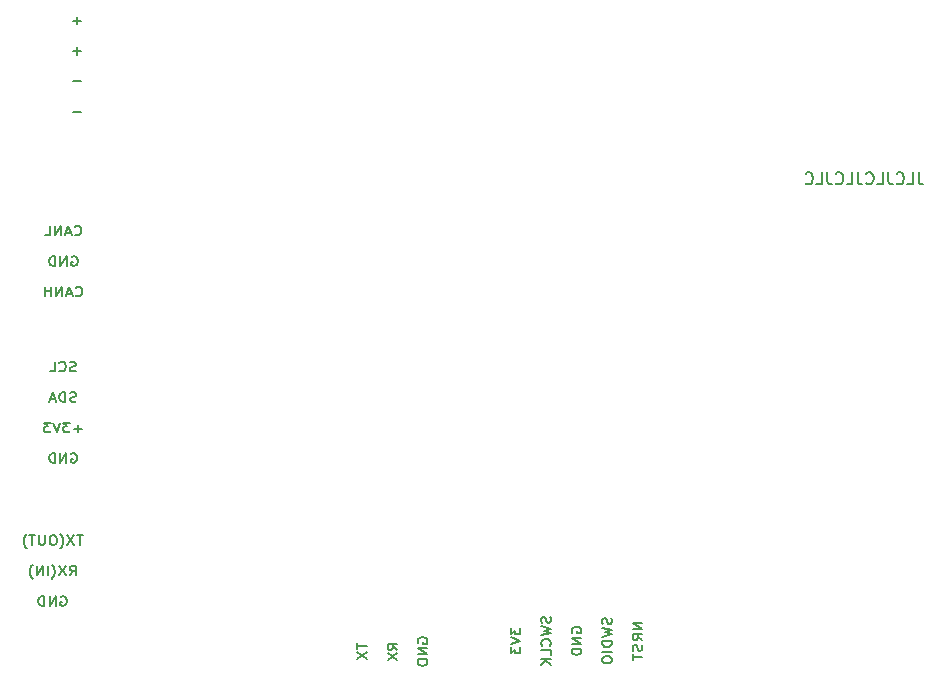
<source format=gbr>
%TF.GenerationSoftware,KiCad,Pcbnew,(6.0.6)*%
%TF.CreationDate,2022-09-23T20:04:06+09:00*%
%TF.ProjectId,LTE-base-H1,4c54452d-6261-4736-952d-48312e6b6963,rev?*%
%TF.SameCoordinates,Original*%
%TF.FileFunction,Legend,Bot*%
%TF.FilePolarity,Positive*%
%FSLAX46Y46*%
G04 Gerber Fmt 4.6, Leading zero omitted, Abs format (unit mm)*
G04 Created by KiCad (PCBNEW (6.0.6)) date 2022-09-23 20:04:06*
%MOMM*%
%LPD*%
G01*
G04 APERTURE LIST*
%ADD10C,0.200000*%
%ADD11C,0.150000*%
G04 APERTURE END LIST*
D10*
X105542857Y-94193142D02*
X104857142Y-94193142D01*
X105200000Y-94497904D02*
X105200000Y-93888380D01*
X105542857Y-96769142D02*
X104857142Y-96769142D01*
X105200000Y-97073904D02*
X105200000Y-96464380D01*
X105542857Y-99345142D02*
X104857142Y-99345142D01*
X105542857Y-101921142D02*
X104857142Y-101921142D01*
X105071428Y-123859809D02*
X104942857Y-123897904D01*
X104728571Y-123897904D01*
X104642857Y-123859809D01*
X104600000Y-123821714D01*
X104557142Y-123745523D01*
X104557142Y-123669333D01*
X104600000Y-123593142D01*
X104642857Y-123555047D01*
X104728571Y-123516952D01*
X104900000Y-123478857D01*
X104985714Y-123440761D01*
X105028571Y-123402666D01*
X105071428Y-123326476D01*
X105071428Y-123250285D01*
X105028571Y-123174095D01*
X104985714Y-123136000D01*
X104900000Y-123097904D01*
X104685714Y-123097904D01*
X104557142Y-123136000D01*
X103657142Y-123821714D02*
X103700000Y-123859809D01*
X103828571Y-123897904D01*
X103914285Y-123897904D01*
X104042857Y-123859809D01*
X104128571Y-123783619D01*
X104171428Y-123707428D01*
X104214285Y-123555047D01*
X104214285Y-123440761D01*
X104171428Y-123288380D01*
X104128571Y-123212190D01*
X104042857Y-123136000D01*
X103914285Y-123097904D01*
X103828571Y-123097904D01*
X103700000Y-123136000D01*
X103657142Y-123174095D01*
X102842857Y-123897904D02*
X103271428Y-123897904D01*
X103271428Y-123097904D01*
X105092857Y-126435809D02*
X104964285Y-126473904D01*
X104750000Y-126473904D01*
X104664285Y-126435809D01*
X104621428Y-126397714D01*
X104578571Y-126321523D01*
X104578571Y-126245333D01*
X104621428Y-126169142D01*
X104664285Y-126131047D01*
X104750000Y-126092952D01*
X104921428Y-126054857D01*
X105007142Y-126016761D01*
X105050000Y-125978666D01*
X105092857Y-125902476D01*
X105092857Y-125826285D01*
X105050000Y-125750095D01*
X105007142Y-125712000D01*
X104921428Y-125673904D01*
X104707142Y-125673904D01*
X104578571Y-125712000D01*
X104192857Y-126473904D02*
X104192857Y-125673904D01*
X103978571Y-125673904D01*
X103850000Y-125712000D01*
X103764285Y-125788190D01*
X103721428Y-125864380D01*
X103678571Y-126016761D01*
X103678571Y-126131047D01*
X103721428Y-126283428D01*
X103764285Y-126359619D01*
X103850000Y-126435809D01*
X103978571Y-126473904D01*
X104192857Y-126473904D01*
X103335714Y-126245333D02*
X102907142Y-126245333D01*
X103421428Y-126473904D02*
X103121428Y-125673904D01*
X102821428Y-126473904D01*
X105585714Y-128745142D02*
X104900000Y-128745142D01*
X105242857Y-129049904D02*
X105242857Y-128440380D01*
X104557142Y-128249904D02*
X104000000Y-128249904D01*
X104300000Y-128554666D01*
X104171428Y-128554666D01*
X104085714Y-128592761D01*
X104042857Y-128630857D01*
X104000000Y-128707047D01*
X104000000Y-128897523D01*
X104042857Y-128973714D01*
X104085714Y-129011809D01*
X104171428Y-129049904D01*
X104428571Y-129049904D01*
X104514285Y-129011809D01*
X104557142Y-128973714D01*
X103742857Y-128249904D02*
X103442857Y-129049904D01*
X103142857Y-128249904D01*
X102928571Y-128249904D02*
X102371428Y-128249904D01*
X102671428Y-128554666D01*
X102542857Y-128554666D01*
X102457142Y-128592761D01*
X102414285Y-128630857D01*
X102371428Y-128707047D01*
X102371428Y-128897523D01*
X102414285Y-128973714D01*
X102457142Y-129011809D01*
X102542857Y-129049904D01*
X102800000Y-129049904D01*
X102885714Y-129011809D01*
X102928571Y-128973714D01*
X104685714Y-130864000D02*
X104771428Y-130825904D01*
X104900000Y-130825904D01*
X105028571Y-130864000D01*
X105114285Y-130940190D01*
X105157142Y-131016380D01*
X105200000Y-131168761D01*
X105200000Y-131283047D01*
X105157142Y-131435428D01*
X105114285Y-131511619D01*
X105028571Y-131587809D01*
X104900000Y-131625904D01*
X104814285Y-131625904D01*
X104685714Y-131587809D01*
X104642857Y-131549714D01*
X104642857Y-131283047D01*
X104814285Y-131283047D01*
X104257142Y-131625904D02*
X104257142Y-130825904D01*
X103742857Y-131625904D01*
X103742857Y-130825904D01*
X103314285Y-131625904D02*
X103314285Y-130825904D01*
X103100000Y-130825904D01*
X102971428Y-130864000D01*
X102885714Y-130940190D01*
X102842857Y-131016380D01*
X102800000Y-131168761D01*
X102800000Y-131283047D01*
X102842857Y-131435428D01*
X102885714Y-131511619D01*
X102971428Y-131587809D01*
X103100000Y-131625904D01*
X103314285Y-131625904D01*
D11*
X176419047Y-107052380D02*
X176419047Y-107766666D01*
X176466666Y-107909523D01*
X176561904Y-108004761D01*
X176704761Y-108052380D01*
X176800000Y-108052380D01*
X175466666Y-108052380D02*
X175942857Y-108052380D01*
X175942857Y-107052380D01*
X174561904Y-107957142D02*
X174609523Y-108004761D01*
X174752380Y-108052380D01*
X174847619Y-108052380D01*
X174990476Y-108004761D01*
X175085714Y-107909523D01*
X175133333Y-107814285D01*
X175180952Y-107623809D01*
X175180952Y-107480952D01*
X175133333Y-107290476D01*
X175085714Y-107195238D01*
X174990476Y-107100000D01*
X174847619Y-107052380D01*
X174752380Y-107052380D01*
X174609523Y-107100000D01*
X174561904Y-107147619D01*
X173847619Y-107052380D02*
X173847619Y-107766666D01*
X173895238Y-107909523D01*
X173990476Y-108004761D01*
X174133333Y-108052380D01*
X174228571Y-108052380D01*
X172895238Y-108052380D02*
X173371428Y-108052380D01*
X173371428Y-107052380D01*
X171990476Y-107957142D02*
X172038095Y-108004761D01*
X172180952Y-108052380D01*
X172276190Y-108052380D01*
X172419047Y-108004761D01*
X172514285Y-107909523D01*
X172561904Y-107814285D01*
X172609523Y-107623809D01*
X172609523Y-107480952D01*
X172561904Y-107290476D01*
X172514285Y-107195238D01*
X172419047Y-107100000D01*
X172276190Y-107052380D01*
X172180952Y-107052380D01*
X172038095Y-107100000D01*
X171990476Y-107147619D01*
X171276190Y-107052380D02*
X171276190Y-107766666D01*
X171323809Y-107909523D01*
X171419047Y-108004761D01*
X171561904Y-108052380D01*
X171657142Y-108052380D01*
X170323809Y-108052380D02*
X170800000Y-108052380D01*
X170800000Y-107052380D01*
X169419047Y-107957142D02*
X169466666Y-108004761D01*
X169609523Y-108052380D01*
X169704761Y-108052380D01*
X169847619Y-108004761D01*
X169942857Y-107909523D01*
X169990476Y-107814285D01*
X170038095Y-107623809D01*
X170038095Y-107480952D01*
X169990476Y-107290476D01*
X169942857Y-107195238D01*
X169847619Y-107100000D01*
X169704761Y-107052380D01*
X169609523Y-107052380D01*
X169466666Y-107100000D01*
X169419047Y-107147619D01*
X168704761Y-107052380D02*
X168704761Y-107766666D01*
X168752380Y-107909523D01*
X168847619Y-108004761D01*
X168990476Y-108052380D01*
X169085714Y-108052380D01*
X167752380Y-108052380D02*
X168228571Y-108052380D01*
X168228571Y-107052380D01*
X166847619Y-107957142D02*
X166895238Y-108004761D01*
X167038095Y-108052380D01*
X167133333Y-108052380D01*
X167276190Y-108004761D01*
X167371428Y-107909523D01*
X167419047Y-107814285D01*
X167466666Y-107623809D01*
X167466666Y-107480952D01*
X167419047Y-107290476D01*
X167371428Y-107195238D01*
X167276190Y-107100000D01*
X167133333Y-107052380D01*
X167038095Y-107052380D01*
X166895238Y-107100000D01*
X166847619Y-107147619D01*
D10*
X104967857Y-112309714D02*
X105010714Y-112347809D01*
X105139285Y-112385904D01*
X105225000Y-112385904D01*
X105353571Y-112347809D01*
X105439285Y-112271619D01*
X105482142Y-112195428D01*
X105525000Y-112043047D01*
X105525000Y-111928761D01*
X105482142Y-111776380D01*
X105439285Y-111700190D01*
X105353571Y-111624000D01*
X105225000Y-111585904D01*
X105139285Y-111585904D01*
X105010714Y-111624000D01*
X104967857Y-111662095D01*
X104625000Y-112157333D02*
X104196428Y-112157333D01*
X104710714Y-112385904D02*
X104410714Y-111585904D01*
X104110714Y-112385904D01*
X103810714Y-112385904D02*
X103810714Y-111585904D01*
X103296428Y-112385904D01*
X103296428Y-111585904D01*
X102439285Y-112385904D02*
X102867857Y-112385904D01*
X102867857Y-111585904D01*
X104710714Y-114200000D02*
X104796428Y-114161904D01*
X104925000Y-114161904D01*
X105053571Y-114200000D01*
X105139285Y-114276190D01*
X105182142Y-114352380D01*
X105225000Y-114504761D01*
X105225000Y-114619047D01*
X105182142Y-114771428D01*
X105139285Y-114847619D01*
X105053571Y-114923809D01*
X104925000Y-114961904D01*
X104839285Y-114961904D01*
X104710714Y-114923809D01*
X104667857Y-114885714D01*
X104667857Y-114619047D01*
X104839285Y-114619047D01*
X104282142Y-114961904D02*
X104282142Y-114161904D01*
X103767857Y-114961904D01*
X103767857Y-114161904D01*
X103339285Y-114961904D02*
X103339285Y-114161904D01*
X103125000Y-114161904D01*
X102996428Y-114200000D01*
X102910714Y-114276190D01*
X102867857Y-114352380D01*
X102825000Y-114504761D01*
X102825000Y-114619047D01*
X102867857Y-114771428D01*
X102910714Y-114847619D01*
X102996428Y-114923809D01*
X103125000Y-114961904D01*
X103339285Y-114961904D01*
X105075000Y-117461714D02*
X105117857Y-117499809D01*
X105246428Y-117537904D01*
X105332142Y-117537904D01*
X105460714Y-117499809D01*
X105546428Y-117423619D01*
X105589285Y-117347428D01*
X105632142Y-117195047D01*
X105632142Y-117080761D01*
X105589285Y-116928380D01*
X105546428Y-116852190D01*
X105460714Y-116776000D01*
X105332142Y-116737904D01*
X105246428Y-116737904D01*
X105117857Y-116776000D01*
X105075000Y-116814095D01*
X104732142Y-117309333D02*
X104303571Y-117309333D01*
X104817857Y-117537904D02*
X104517857Y-116737904D01*
X104217857Y-117537904D01*
X103917857Y-117537904D02*
X103917857Y-116737904D01*
X103403571Y-117537904D01*
X103403571Y-116737904D01*
X102975000Y-117537904D02*
X102975000Y-116737904D01*
X102975000Y-117118857D02*
X102460714Y-117118857D01*
X102460714Y-117537904D02*
X102460714Y-116737904D01*
X141909904Y-145585714D02*
X141909904Y-146142857D01*
X142214666Y-145842857D01*
X142214666Y-145971428D01*
X142252761Y-146057142D01*
X142290857Y-146100000D01*
X142367047Y-146142857D01*
X142557523Y-146142857D01*
X142633714Y-146100000D01*
X142671809Y-146057142D01*
X142709904Y-145971428D01*
X142709904Y-145714285D01*
X142671809Y-145628571D01*
X142633714Y-145585714D01*
X141909904Y-146400000D02*
X142709904Y-146700000D01*
X141909904Y-147000000D01*
X141909904Y-147214285D02*
X141909904Y-147771428D01*
X142214666Y-147471428D01*
X142214666Y-147600000D01*
X142252761Y-147685714D01*
X142290857Y-147728571D01*
X142367047Y-147771428D01*
X142557523Y-147771428D01*
X142633714Y-147728571D01*
X142671809Y-147685714D01*
X142709904Y-147600000D01*
X142709904Y-147342857D01*
X142671809Y-147257142D01*
X142633714Y-147214285D01*
X145247809Y-144664285D02*
X145285904Y-144792857D01*
X145285904Y-145007142D01*
X145247809Y-145092857D01*
X145209714Y-145135714D01*
X145133523Y-145178571D01*
X145057333Y-145178571D01*
X144981142Y-145135714D01*
X144943047Y-145092857D01*
X144904952Y-145007142D01*
X144866857Y-144835714D01*
X144828761Y-144750000D01*
X144790666Y-144707142D01*
X144714476Y-144664285D01*
X144638285Y-144664285D01*
X144562095Y-144707142D01*
X144524000Y-144750000D01*
X144485904Y-144835714D01*
X144485904Y-145050000D01*
X144524000Y-145178571D01*
X144485904Y-145478571D02*
X145285904Y-145692857D01*
X144714476Y-145864285D01*
X145285904Y-146035714D01*
X144485904Y-146250000D01*
X145209714Y-147107142D02*
X145247809Y-147064285D01*
X145285904Y-146935714D01*
X145285904Y-146850000D01*
X145247809Y-146721428D01*
X145171619Y-146635714D01*
X145095428Y-146592857D01*
X144943047Y-146550000D01*
X144828761Y-146550000D01*
X144676380Y-146592857D01*
X144600190Y-146635714D01*
X144524000Y-146721428D01*
X144485904Y-146850000D01*
X144485904Y-146935714D01*
X144524000Y-147064285D01*
X144562095Y-147107142D01*
X145285904Y-147921428D02*
X145285904Y-147492857D01*
X144485904Y-147492857D01*
X145285904Y-148221428D02*
X144485904Y-148221428D01*
X145285904Y-148735714D02*
X144828761Y-148350000D01*
X144485904Y-148735714D02*
X144943047Y-148221428D01*
X147100000Y-146014285D02*
X147061904Y-145928571D01*
X147061904Y-145800000D01*
X147100000Y-145671428D01*
X147176190Y-145585714D01*
X147252380Y-145542857D01*
X147404761Y-145500000D01*
X147519047Y-145500000D01*
X147671428Y-145542857D01*
X147747619Y-145585714D01*
X147823809Y-145671428D01*
X147861904Y-145800000D01*
X147861904Y-145885714D01*
X147823809Y-146014285D01*
X147785714Y-146057142D01*
X147519047Y-146057142D01*
X147519047Y-145885714D01*
X147861904Y-146442857D02*
X147061904Y-146442857D01*
X147861904Y-146957142D01*
X147061904Y-146957142D01*
X147861904Y-147385714D02*
X147061904Y-147385714D01*
X147061904Y-147600000D01*
X147100000Y-147728571D01*
X147176190Y-147814285D01*
X147252380Y-147857142D01*
X147404761Y-147900000D01*
X147519047Y-147900000D01*
X147671428Y-147857142D01*
X147747619Y-147814285D01*
X147823809Y-147728571D01*
X147861904Y-147600000D01*
X147861904Y-147385714D01*
X150399809Y-144792857D02*
X150437904Y-144921428D01*
X150437904Y-145135714D01*
X150399809Y-145221428D01*
X150361714Y-145264285D01*
X150285523Y-145307142D01*
X150209333Y-145307142D01*
X150133142Y-145264285D01*
X150095047Y-145221428D01*
X150056952Y-145135714D01*
X150018857Y-144964285D01*
X149980761Y-144878571D01*
X149942666Y-144835714D01*
X149866476Y-144792857D01*
X149790285Y-144792857D01*
X149714095Y-144835714D01*
X149676000Y-144878571D01*
X149637904Y-144964285D01*
X149637904Y-145178571D01*
X149676000Y-145307142D01*
X149637904Y-145607142D02*
X150437904Y-145821428D01*
X149866476Y-145992857D01*
X150437904Y-146164285D01*
X149637904Y-146378571D01*
X150437904Y-146721428D02*
X149637904Y-146721428D01*
X149637904Y-146935714D01*
X149676000Y-147064285D01*
X149752190Y-147150000D01*
X149828380Y-147192857D01*
X149980761Y-147235714D01*
X150095047Y-147235714D01*
X150247428Y-147192857D01*
X150323619Y-147150000D01*
X150399809Y-147064285D01*
X150437904Y-146935714D01*
X150437904Y-146721428D01*
X150437904Y-147621428D02*
X149637904Y-147621428D01*
X149637904Y-148221428D02*
X149637904Y-148392857D01*
X149676000Y-148478571D01*
X149752190Y-148564285D01*
X149904571Y-148607142D01*
X150171238Y-148607142D01*
X150323619Y-148564285D01*
X150399809Y-148478571D01*
X150437904Y-148392857D01*
X150437904Y-148221428D01*
X150399809Y-148135714D01*
X150323619Y-148050000D01*
X150171238Y-148007142D01*
X149904571Y-148007142D01*
X149752190Y-148050000D01*
X149676000Y-148135714D01*
X149637904Y-148221428D01*
X153013904Y-145221428D02*
X152213904Y-145221428D01*
X153013904Y-145735714D01*
X152213904Y-145735714D01*
X153013904Y-146678571D02*
X152632952Y-146378571D01*
X153013904Y-146164285D02*
X152213904Y-146164285D01*
X152213904Y-146507142D01*
X152252000Y-146592857D01*
X152290095Y-146635714D01*
X152366285Y-146678571D01*
X152480571Y-146678571D01*
X152556761Y-146635714D01*
X152594857Y-146592857D01*
X152632952Y-146507142D01*
X152632952Y-146164285D01*
X152975809Y-147021428D02*
X153013904Y-147150000D01*
X153013904Y-147364285D01*
X152975809Y-147450000D01*
X152937714Y-147492857D01*
X152861523Y-147535714D01*
X152785333Y-147535714D01*
X152709142Y-147492857D01*
X152671047Y-147450000D01*
X152632952Y-147364285D01*
X152594857Y-147192857D01*
X152556761Y-147107142D01*
X152518666Y-147064285D01*
X152442476Y-147021428D01*
X152366285Y-147021428D01*
X152290095Y-147064285D01*
X152252000Y-147107142D01*
X152213904Y-147192857D01*
X152213904Y-147407142D01*
X152252000Y-147535714D01*
X152213904Y-147792857D02*
X152213904Y-148307142D01*
X153013904Y-148050000D02*
X152213904Y-148050000D01*
X105671428Y-137785904D02*
X105157142Y-137785904D01*
X105414285Y-138585904D02*
X105414285Y-137785904D01*
X104942857Y-137785904D02*
X104342857Y-138585904D01*
X104342857Y-137785904D02*
X104942857Y-138585904D01*
X103742857Y-138890666D02*
X103785714Y-138852571D01*
X103871428Y-138738285D01*
X103914285Y-138662095D01*
X103957142Y-138547809D01*
X104000000Y-138357333D01*
X104000000Y-138204952D01*
X103957142Y-138014476D01*
X103914285Y-137900190D01*
X103871428Y-137824000D01*
X103785714Y-137709714D01*
X103742857Y-137671619D01*
X103228571Y-137785904D02*
X103057142Y-137785904D01*
X102971428Y-137824000D01*
X102885714Y-137900190D01*
X102842857Y-138052571D01*
X102842857Y-138319238D01*
X102885714Y-138471619D01*
X102971428Y-138547809D01*
X103057142Y-138585904D01*
X103228571Y-138585904D01*
X103314285Y-138547809D01*
X103400000Y-138471619D01*
X103442857Y-138319238D01*
X103442857Y-138052571D01*
X103400000Y-137900190D01*
X103314285Y-137824000D01*
X103228571Y-137785904D01*
X102457142Y-137785904D02*
X102457142Y-138433523D01*
X102414285Y-138509714D01*
X102371428Y-138547809D01*
X102285714Y-138585904D01*
X102114285Y-138585904D01*
X102028571Y-138547809D01*
X101985714Y-138509714D01*
X101942857Y-138433523D01*
X101942857Y-137785904D01*
X101642857Y-137785904D02*
X101128571Y-137785904D01*
X101385714Y-138585904D02*
X101385714Y-137785904D01*
X100914285Y-138890666D02*
X100871428Y-138852571D01*
X100785714Y-138738285D01*
X100742857Y-138662095D01*
X100700000Y-138547809D01*
X100657142Y-138357333D01*
X100657142Y-138204952D01*
X100700000Y-138014476D01*
X100742857Y-137900190D01*
X100785714Y-137824000D01*
X100871428Y-137709714D01*
X100914285Y-137671619D01*
X104535714Y-141161904D02*
X104835714Y-140780952D01*
X105050000Y-141161904D02*
X105050000Y-140361904D01*
X104707142Y-140361904D01*
X104621428Y-140400000D01*
X104578571Y-140438095D01*
X104535714Y-140514285D01*
X104535714Y-140628571D01*
X104578571Y-140704761D01*
X104621428Y-140742857D01*
X104707142Y-140780952D01*
X105050000Y-140780952D01*
X104235714Y-140361904D02*
X103635714Y-141161904D01*
X103635714Y-140361904D02*
X104235714Y-141161904D01*
X103035714Y-141466666D02*
X103078571Y-141428571D01*
X103164285Y-141314285D01*
X103207142Y-141238095D01*
X103250000Y-141123809D01*
X103292857Y-140933333D01*
X103292857Y-140780952D01*
X103250000Y-140590476D01*
X103207142Y-140476190D01*
X103164285Y-140400000D01*
X103078571Y-140285714D01*
X103035714Y-140247619D01*
X102692857Y-141161904D02*
X102692857Y-140361904D01*
X102264285Y-141161904D02*
X102264285Y-140361904D01*
X101750000Y-141161904D01*
X101750000Y-140361904D01*
X101407142Y-141466666D02*
X101364285Y-141428571D01*
X101278571Y-141314285D01*
X101235714Y-141238095D01*
X101192857Y-141123809D01*
X101150000Y-140933333D01*
X101150000Y-140780952D01*
X101192857Y-140590476D01*
X101235714Y-140476190D01*
X101278571Y-140400000D01*
X101364285Y-140285714D01*
X101407142Y-140247619D01*
X103785714Y-142976000D02*
X103871428Y-142937904D01*
X104000000Y-142937904D01*
X104128571Y-142976000D01*
X104214285Y-143052190D01*
X104257142Y-143128380D01*
X104300000Y-143280761D01*
X104300000Y-143395047D01*
X104257142Y-143547428D01*
X104214285Y-143623619D01*
X104128571Y-143699809D01*
X104000000Y-143737904D01*
X103914285Y-143737904D01*
X103785714Y-143699809D01*
X103742857Y-143661714D01*
X103742857Y-143395047D01*
X103914285Y-143395047D01*
X103357142Y-143737904D02*
X103357142Y-142937904D01*
X102842857Y-143737904D01*
X102842857Y-142937904D01*
X102414285Y-143737904D02*
X102414285Y-142937904D01*
X102200000Y-142937904D01*
X102071428Y-142976000D01*
X101985714Y-143052190D01*
X101942857Y-143128380D01*
X101900000Y-143280761D01*
X101900000Y-143395047D01*
X101942857Y-143547428D01*
X101985714Y-143623619D01*
X102071428Y-143699809D01*
X102200000Y-143737904D01*
X102414285Y-143737904D01*
X128885904Y-146914285D02*
X128885904Y-147428571D01*
X129685904Y-147171428D02*
X128885904Y-147171428D01*
X128885904Y-147642857D02*
X129685904Y-148242857D01*
X128885904Y-148242857D02*
X129685904Y-147642857D01*
X132261904Y-147450000D02*
X131880952Y-147150000D01*
X132261904Y-146935714D02*
X131461904Y-146935714D01*
X131461904Y-147278571D01*
X131500000Y-147364285D01*
X131538095Y-147407142D01*
X131614285Y-147450000D01*
X131728571Y-147450000D01*
X131804761Y-147407142D01*
X131842857Y-147364285D01*
X131880952Y-147278571D01*
X131880952Y-146935714D01*
X131461904Y-147750000D02*
X132261904Y-148350000D01*
X131461904Y-148350000D02*
X132261904Y-147750000D01*
X134076000Y-146914285D02*
X134037904Y-146828571D01*
X134037904Y-146700000D01*
X134076000Y-146571428D01*
X134152190Y-146485714D01*
X134228380Y-146442857D01*
X134380761Y-146400000D01*
X134495047Y-146400000D01*
X134647428Y-146442857D01*
X134723619Y-146485714D01*
X134799809Y-146571428D01*
X134837904Y-146700000D01*
X134837904Y-146785714D01*
X134799809Y-146914285D01*
X134761714Y-146957142D01*
X134495047Y-146957142D01*
X134495047Y-146785714D01*
X134837904Y-147342857D02*
X134037904Y-147342857D01*
X134837904Y-147857142D01*
X134037904Y-147857142D01*
X134837904Y-148285714D02*
X134037904Y-148285714D01*
X134037904Y-148500000D01*
X134076000Y-148628571D01*
X134152190Y-148714285D01*
X134228380Y-148757142D01*
X134380761Y-148800000D01*
X134495047Y-148800000D01*
X134647428Y-148757142D01*
X134723619Y-148714285D01*
X134799809Y-148628571D01*
X134837904Y-148500000D01*
X134837904Y-148285714D01*
M02*

</source>
